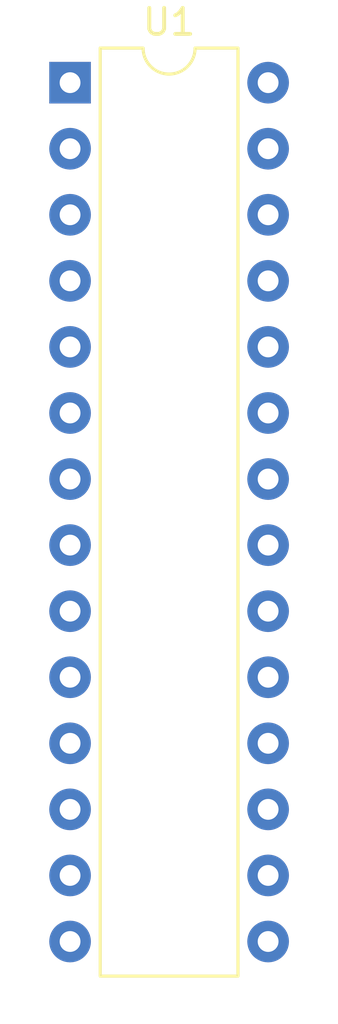
<source format=kicad_pcb>
(kicad_pcb (version 20171130) (host pcbnew "(5.1.10)-1")

  (general
    (thickness 1.6)
    (drawings 0)
    (tracks 0)
    (zones 0)
    (modules 1)
    (nets 27)
  )

  (page A4)
  (layers
    (0 F.Cu signal)
    (31 B.Cu signal)
    (32 B.Adhes user)
    (33 F.Adhes user)
    (34 B.Paste user)
    (35 F.Paste user)
    (36 B.SilkS user)
    (37 F.SilkS user)
    (38 B.Mask user)
    (39 F.Mask user)
    (40 Dwgs.User user)
    (41 Cmts.User user)
    (42 Eco1.User user)
    (43 Eco2.User user)
    (44 Edge.Cuts user)
    (45 Margin user)
    (46 B.CrtYd user)
    (47 F.CrtYd user)
    (48 B.Fab user)
    (49 F.Fab user)
  )

  (setup
    (last_trace_width 0.25)
    (trace_clearance 0.2)
    (zone_clearance 0.508)
    (zone_45_only no)
    (trace_min 0.2)
    (via_size 0.8)
    (via_drill 0.4)
    (via_min_size 0.4)
    (via_min_drill 0.3)
    (uvia_size 0.3)
    (uvia_drill 0.1)
    (uvias_allowed no)
    (uvia_min_size 0.2)
    (uvia_min_drill 0.1)
    (edge_width 0.05)
    (segment_width 0.2)
    (pcb_text_width 0.3)
    (pcb_text_size 1.5 1.5)
    (mod_edge_width 0.12)
    (mod_text_size 1 1)
    (mod_text_width 0.15)
    (pad_size 1.524 1.524)
    (pad_drill 0.762)
    (pad_to_mask_clearance 0)
    (aux_axis_origin 0 0)
    (visible_elements FFFFFF7F)
    (pcbplotparams
      (layerselection 0x010fc_ffffffff)
      (usegerberextensions false)
      (usegerberattributes true)
      (usegerberadvancedattributes true)
      (creategerberjobfile true)
      (excludeedgelayer true)
      (linewidth 0.100000)
      (plotframeref false)
      (viasonmask false)
      (mode 1)
      (useauxorigin false)
      (hpglpennumber 1)
      (hpglpenspeed 20)
      (hpglpendiameter 15.000000)
      (psnegative false)
      (psa4output false)
      (plotreference true)
      (plotvalue true)
      (plotinvisibletext false)
      (padsonsilk false)
      (subtractmaskfromsilk false)
      (outputformat 1)
      (mirror false)
      (drillshape 1)
      (scaleselection 1)
      (outputdirectory ""))
  )

  (net 0 "")
  (net 1 "Net-(C3-Pad1)")
  (net 2 "Net-(U1-Pad15)")
  (net 3 /RX)
  (net 4 "Net-(U1-Pad16)")
  (net 5 /TX)
  (net 6 "Net-(U1-Pad17)")
  (net 7 /INT0)
  (net 8 "Net-(U1-Pad18)")
  (net 9 /CH_PD)
  (net 10 "Net-(U1-Pad19)")
  (net 11 /REST)
  (net 12 +3V3)
  (net 13 "Net-(U1-Pad21)")
  (net 14 GND)
  (net 15 "Net-(C1-Pad2)")
  (net 16 "Net-(U1-Pad23)")
  (net 17 "Net-(C2-Pad2)")
  (net 18 "Net-(U1-Pad24)")
  (net 19 "Net-(D1-Pad2)")
  (net 20 "Net-(U1-Pad25)")
  (net 21 "Net-(D1-Pad1)")
  (net 22 "Net-(U1-Pad26)")
  (net 23 "Net-(D1-Pad4)")
  (net 24 "Net-(U1-Pad27)")
  (net 25 "Net-(U1-Pad14)")
  (net 26 "Net-(U1-Pad28)")

  (net_class Default "This is the default net class."
    (clearance 0.2)
    (trace_width 0.25)
    (via_dia 0.8)
    (via_drill 0.4)
    (uvia_dia 0.3)
    (uvia_drill 0.1)
    (add_net +3V3)
    (add_net /CH_PD)
    (add_net /INT0)
    (add_net /REST)
    (add_net /RX)
    (add_net /TX)
    (add_net GND)
    (add_net "Net-(C1-Pad2)")
    (add_net "Net-(C2-Pad2)")
    (add_net "Net-(C3-Pad1)")
    (add_net "Net-(D1-Pad1)")
    (add_net "Net-(D1-Pad2)")
    (add_net "Net-(D1-Pad4)")
    (add_net "Net-(U1-Pad14)")
    (add_net "Net-(U1-Pad15)")
    (add_net "Net-(U1-Pad16)")
    (add_net "Net-(U1-Pad17)")
    (add_net "Net-(U1-Pad18)")
    (add_net "Net-(U1-Pad19)")
    (add_net "Net-(U1-Pad21)")
    (add_net "Net-(U1-Pad23)")
    (add_net "Net-(U1-Pad24)")
    (add_net "Net-(U1-Pad25)")
    (add_net "Net-(U1-Pad26)")
    (add_net "Net-(U1-Pad27)")
    (add_net "Net-(U1-Pad28)")
  )

  (module Package_DIP:DIP-28_W7.62mm (layer F.Cu) (tedit 5A02E8C5) (tstamp 60A9D950)
    (at 80.01 53.34)
    (descr "28-lead though-hole mounted DIP package, row spacing 7.62 mm (300 mils)")
    (tags "THT DIP DIL PDIP 2.54mm 7.62mm 300mil")
    (path /60AA03AC)
    (fp_text reference U1 (at 3.81 -2.33) (layer F.SilkS)
      (effects (font (size 1 1) (thickness 0.15)))
    )
    (fp_text value ATmega328P-PU (at 3.81 35.35) (layer F.Fab)
      (effects (font (size 1 1) (thickness 0.15)))
    )
    (fp_line (start 8.7 -1.55) (end -1.1 -1.55) (layer F.CrtYd) (width 0.05))
    (fp_line (start 8.7 34.55) (end 8.7 -1.55) (layer F.CrtYd) (width 0.05))
    (fp_line (start -1.1 34.55) (end 8.7 34.55) (layer F.CrtYd) (width 0.05))
    (fp_line (start -1.1 -1.55) (end -1.1 34.55) (layer F.CrtYd) (width 0.05))
    (fp_line (start 6.46 -1.33) (end 4.81 -1.33) (layer F.SilkS) (width 0.12))
    (fp_line (start 6.46 34.35) (end 6.46 -1.33) (layer F.SilkS) (width 0.12))
    (fp_line (start 1.16 34.35) (end 6.46 34.35) (layer F.SilkS) (width 0.12))
    (fp_line (start 1.16 -1.33) (end 1.16 34.35) (layer F.SilkS) (width 0.12))
    (fp_line (start 2.81 -1.33) (end 1.16 -1.33) (layer F.SilkS) (width 0.12))
    (fp_line (start 0.635 -0.27) (end 1.635 -1.27) (layer F.Fab) (width 0.1))
    (fp_line (start 0.635 34.29) (end 0.635 -0.27) (layer F.Fab) (width 0.1))
    (fp_line (start 6.985 34.29) (end 0.635 34.29) (layer F.Fab) (width 0.1))
    (fp_line (start 6.985 -1.27) (end 6.985 34.29) (layer F.Fab) (width 0.1))
    (fp_line (start 1.635 -1.27) (end 6.985 -1.27) (layer F.Fab) (width 0.1))
    (fp_arc (start 3.81 -1.33) (end 2.81 -1.33) (angle -180) (layer F.SilkS) (width 0.12))
    (fp_text user %R (at 3.81 16.51) (layer F.Fab)
      (effects (font (size 1 1) (thickness 0.15)))
    )
    (pad 1 thru_hole rect (at 0 0) (size 1.6 1.6) (drill 0.8) (layers *.Cu *.Mask)
      (net 1 "Net-(C3-Pad1)"))
    (pad 15 thru_hole oval (at 7.62 33.02) (size 1.6 1.6) (drill 0.8) (layers *.Cu *.Mask)
      (net 2 "Net-(U1-Pad15)"))
    (pad 2 thru_hole oval (at 0 2.54) (size 1.6 1.6) (drill 0.8) (layers *.Cu *.Mask)
      (net 3 /RX))
    (pad 16 thru_hole oval (at 7.62 30.48) (size 1.6 1.6) (drill 0.8) (layers *.Cu *.Mask)
      (net 4 "Net-(U1-Pad16)"))
    (pad 3 thru_hole oval (at 0 5.08) (size 1.6 1.6) (drill 0.8) (layers *.Cu *.Mask)
      (net 5 /TX))
    (pad 17 thru_hole oval (at 7.62 27.94) (size 1.6 1.6) (drill 0.8) (layers *.Cu *.Mask)
      (net 6 "Net-(U1-Pad17)"))
    (pad 4 thru_hole oval (at 0 7.62) (size 1.6 1.6) (drill 0.8) (layers *.Cu *.Mask)
      (net 7 /INT0))
    (pad 18 thru_hole oval (at 7.62 25.4) (size 1.6 1.6) (drill 0.8) (layers *.Cu *.Mask)
      (net 8 "Net-(U1-Pad18)"))
    (pad 5 thru_hole oval (at 0 10.16) (size 1.6 1.6) (drill 0.8) (layers *.Cu *.Mask)
      (net 9 /CH_PD))
    (pad 19 thru_hole oval (at 7.62 22.86) (size 1.6 1.6) (drill 0.8) (layers *.Cu *.Mask)
      (net 10 "Net-(U1-Pad19)"))
    (pad 6 thru_hole oval (at 0 12.7) (size 1.6 1.6) (drill 0.8) (layers *.Cu *.Mask)
      (net 11 /REST))
    (pad 20 thru_hole oval (at 7.62 20.32) (size 1.6 1.6) (drill 0.8) (layers *.Cu *.Mask)
      (net 12 +3V3))
    (pad 7 thru_hole oval (at 0 15.24) (size 1.6 1.6) (drill 0.8) (layers *.Cu *.Mask)
      (net 12 +3V3))
    (pad 21 thru_hole oval (at 7.62 17.78) (size 1.6 1.6) (drill 0.8) (layers *.Cu *.Mask)
      (net 13 "Net-(U1-Pad21)"))
    (pad 8 thru_hole oval (at 0 17.78) (size 1.6 1.6) (drill 0.8) (layers *.Cu *.Mask)
      (net 14 GND))
    (pad 22 thru_hole oval (at 7.62 15.24) (size 1.6 1.6) (drill 0.8) (layers *.Cu *.Mask)
      (net 14 GND))
    (pad 9 thru_hole oval (at 0 20.32) (size 1.6 1.6) (drill 0.8) (layers *.Cu *.Mask)
      (net 15 "Net-(C1-Pad2)"))
    (pad 23 thru_hole oval (at 7.62 12.7) (size 1.6 1.6) (drill 0.8) (layers *.Cu *.Mask)
      (net 16 "Net-(U1-Pad23)"))
    (pad 10 thru_hole oval (at 0 22.86) (size 1.6 1.6) (drill 0.8) (layers *.Cu *.Mask)
      (net 17 "Net-(C2-Pad2)"))
    (pad 24 thru_hole oval (at 7.62 10.16) (size 1.6 1.6) (drill 0.8) (layers *.Cu *.Mask)
      (net 18 "Net-(U1-Pad24)"))
    (pad 11 thru_hole oval (at 0 25.4) (size 1.6 1.6) (drill 0.8) (layers *.Cu *.Mask)
      (net 19 "Net-(D1-Pad2)"))
    (pad 25 thru_hole oval (at 7.62 7.62) (size 1.6 1.6) (drill 0.8) (layers *.Cu *.Mask)
      (net 20 "Net-(U1-Pad25)"))
    (pad 12 thru_hole oval (at 0 27.94) (size 1.6 1.6) (drill 0.8) (layers *.Cu *.Mask)
      (net 21 "Net-(D1-Pad1)"))
    (pad 26 thru_hole oval (at 7.62 5.08) (size 1.6 1.6) (drill 0.8) (layers *.Cu *.Mask)
      (net 22 "Net-(U1-Pad26)"))
    (pad 13 thru_hole oval (at 0 30.48) (size 1.6 1.6) (drill 0.8) (layers *.Cu *.Mask)
      (net 23 "Net-(D1-Pad4)"))
    (pad 27 thru_hole oval (at 7.62 2.54) (size 1.6 1.6) (drill 0.8) (layers *.Cu *.Mask)
      (net 24 "Net-(U1-Pad27)"))
    (pad 14 thru_hole oval (at 0 33.02) (size 1.6 1.6) (drill 0.8) (layers *.Cu *.Mask)
      (net 25 "Net-(U1-Pad14)"))
    (pad 28 thru_hole oval (at 7.62 0) (size 1.6 1.6) (drill 0.8) (layers *.Cu *.Mask)
      (net 26 "Net-(U1-Pad28)"))
    (model ${KISYS3DMOD}/Package_DIP.3dshapes/DIP-28_W7.62mm.wrl
      (at (xyz 0 0 0))
      (scale (xyz 1 1 1))
      (rotate (xyz 0 0 0))
    )
  )

)

</source>
